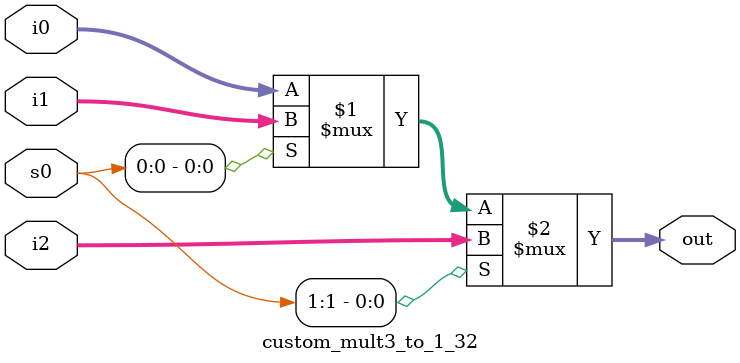
<source format=v>
module custom_mult3_to_1_32(out, i0,i1,i2,s0);
output [31:0] out;
input [31:0]i0,i1,i2;
input [1:0] s0;
//00 or 01 or 10
assign out =  s0[1] ? i2: (s0[0] ? i1 : i0);

endmodule

</source>
